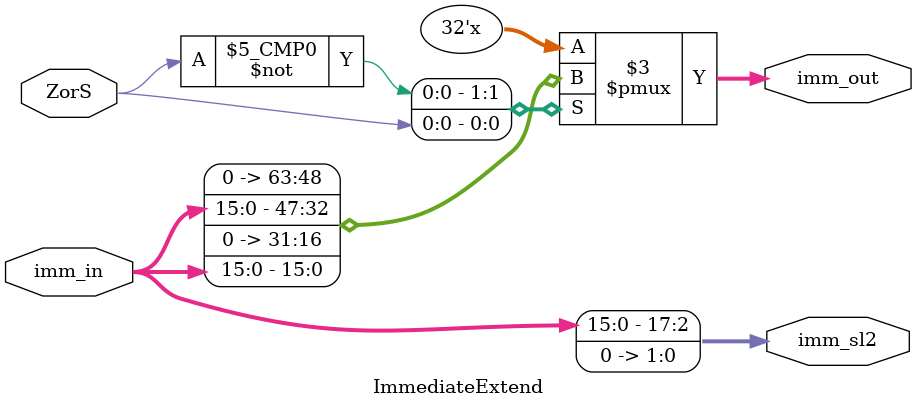
<source format=v>
module ImmediateExtend(imm_in,ZorS,imm_out,imm_sl2);
input [15:0] imm_in;
input ZorS;
output reg [31:0] imm_out;
output reg [17:0] imm_sl2;

always @(imm_in)
begin
	case(ZorS)
	0: imm_out={16'b0000000000000000,imm_in};
	1: begin
		imm_out={imm_in,16'b0000000000000000};
		imm_out=imm_out>>>16;
	end
	endcase
	imm_sl2={imm_in,2'b00};
end

endmodule


</source>
